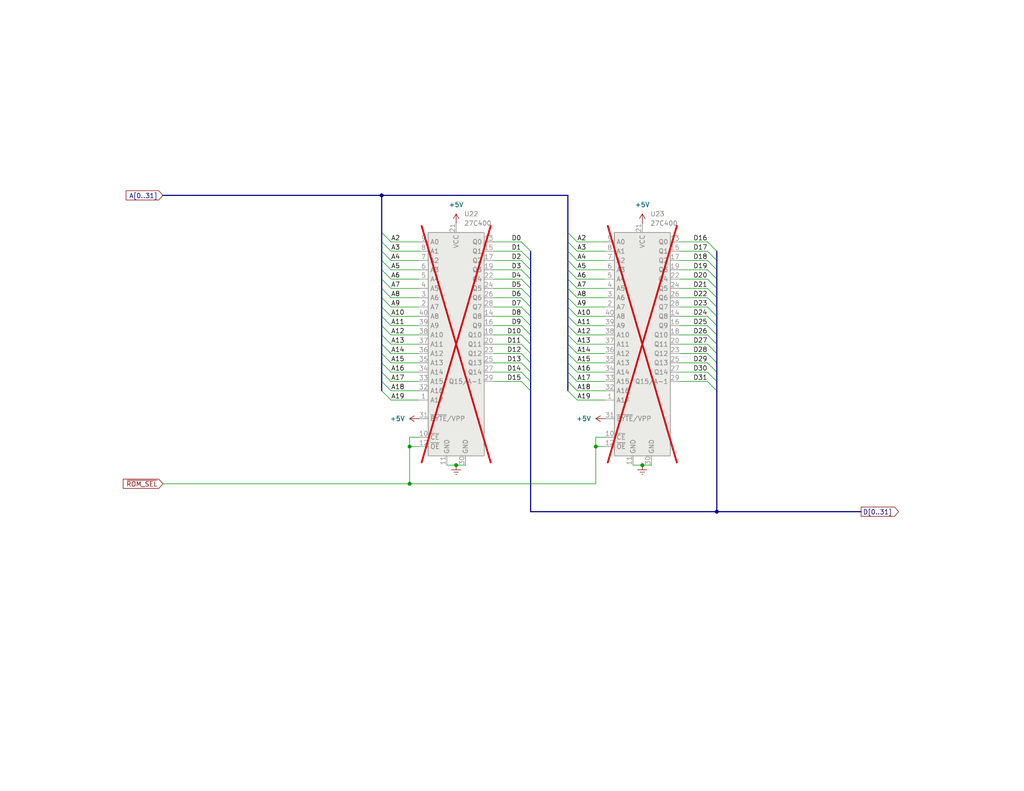
<source format=kicad_sch>
(kicad_sch (version 20250114) (generator "eeschema") (generator_version "9.0")
  (paper "USLetter")
  (title_block (title "Macintosh Classic II Revision B") (date "2025-06-04") (company "Apple Computer") (comment 1 "drawn by Bradley Bell"))
  (lib_symbols
    (symbol "MyEprom:27C400"
      (property "Reference" "U" (at -7.62 31.75 0))
      (property "Value" "27C400" (at 2.794 32.258 0))
      (symbol "27C400_1_1"
        (rectangle (start -7.62 30.48) (end 7.62 -30.48) (stroke (width 0.254)) (fill (type background)))
        (pin input line (at -10.16 27.94 0) (length 2.54) (name "A0") (number "9"))
        (pin input line (at -10.16 25.4 0) (length 2.54) (name "A1") (number "8"))
        (pin input line (at -10.16 22.86 0) (length 2.54) (name "A2") (number "7"))
        (pin input line (at -10.16 20.32 0) (length 2.54) (name "A3") (number "6"))
        (pin input line (at -10.16 17.78 0) (length 2.54) (name "A4") (number "5"))
        (pin input line (at -10.16 15.24 0) (length 2.54) (name "A5") (number "4"))
        (pin input line (at -10.16 12.7 0) (length 2.54) (name "A6") (number "3"))
        (pin input line (at -10.16 10.16 0) (length 2.54) (name "A7") (number "2"))
        (pin input line (at -10.16 7.62 0) (length 2.54) (name "A8") (number "40"))
        (pin input line (at -10.16 5.08 0) (length 2.54) (name "A9") (number "39"))
        (pin input line (at -10.16 2.54 0) (length 2.54) (name "A10") (number "38"))
        (pin input line (at -10.16 0 0) (length 2.54) (name "A11") (number "37"))
        (pin input line (at -10.16 -2.54 0) (length 2.54) (name "A12") (number "36"))
        (pin input line (at -10.16 -5.08 0) (length 2.54) (name "A13") (number "35"))
        (pin input line (at -10.16 -7.62 0) (length 2.54) (name "A14") (number "34"))
        (pin input line (at -10.16 -10.16 0) (length 2.54) (name "A15") (number "33"))
        (pin input line (at -10.16 -12.7 0) (length 2.54) (name "A16") (number "32"))
        (pin input line (at -10.16 -15.24 0) (length 2.54) (name "A17") (number "1"))
        (pin input line (at -10.16 -20.32 0) (length 2.54) (name "~{BYTE}/VPP") (number "31"))
        (pin input line (at -10.16 -25.4 0) (length 2.54) (name "~{CE}") (number "10"))
        (pin input line (at -10.16 -27.94 0) (length 2.54) (name "~{OE}") (number "12"))
        (pin power_in line (at -2.54 -33.02 90) (length 2.54) (name "GND") (number "11"))
        (pin power_in line (at 0 33.02 270) (length 2.54) (name "VCC") (number "21"))
        (pin power_in line (at 2.54 -33.02 90) (length 2.54) (name "GND") (number "30"))
        (pin tri_state line (at 10.16 27.94 180) (length 2.54) (name "Q0") (number "13"))
        (pin tri_state line (at 10.16 25.4 180) (length 2.54) (name "Q1") (number "15"))
        (pin tri_state line (at 10.16 22.86 180) (length 2.54) (name "Q2") (number "17"))
        (pin tri_state line (at 10.16 20.32 180) (length 2.54) (name "Q3") (number "19"))
        (pin tri_state line (at 10.16 17.78 180) (length 2.54) (name "Q4") (number "22"))
        (pin tri_state line (at 10.16 15.24 180) (length 2.54) (name "Q5") (number "24"))
        (pin tri_state line (at 10.16 12.7 180) (length 2.54) (name "Q6") (number "26"))
        (pin tri_state line (at 10.16 10.16 180) (length 2.54) (name "Q7") (number "28"))
        (pin tri_state line (at 10.16 7.62 180) (length 2.54) (name "Q8") (number "14"))
        (pin tri_state line (at 10.16 5.08 180) (length 2.54) (name "Q9") (number "16"))
        (pin tri_state line (at 10.16 2.54 180) (length 2.54) (name "Q10") (number "18"))
        (pin tri_state line (at 10.16 0 180) (length 2.54) (name "Q11") (number "20"))
        (pin tri_state line (at 10.16 -2.54 180) (length 2.54) (name "Q12") (number "23"))
        (pin tri_state line (at 10.16 -5.08 180) (length 2.54) (name "Q13") (number "25"))
        (pin tri_state line (at 10.16 -7.62 180) (length 2.54) (name "Q14") (number "27"))
        (pin tri_state line (at 10.16 -10.16 180) (length 2.54) (name "Q15/A-1") (number "29"))
      )
    )
    (symbol "power:+5V" (power) (pin_numbers (hide yes)) (pin_names (offset 0) (hide yes))
      (property "Value" "+5V" (at 0 3.556 0))
      (symbol "+5V_0_1"
        (polyline (pts (xy -0.762 1.27) (xy 0 2.54)))
        (polyline (pts (xy 0 2.54) (xy 0.762 1.27)))
        (polyline (pts (xy 0 0) (xy 0 2.54)))
      )
      (symbol "+5V_1_1"
        (pin power_in line (at 0 0 90) (length 0) (name "~") (number "1"))
      )
    )
    (symbol "power:GNDREF" (power) (pin_numbers (hide yes)) (pin_names (offset 0) (hide yes))
      (property "Value" "GNDREF" (at 0 -3.81 0))
      (symbol "GNDREF_0_1"
        (polyline (pts (xy -0.635 -1.905) (xy 0.635 -1.905)))
        (polyline (pts (xy -0.127 -2.54) (xy 0.127 -2.54)))
        (polyline (pts (xy 0 -1.27) (xy 0 0)))
        (polyline (pts (xy 1.27 -1.27) (xy -1.27 -1.27)))
      )
      (symbol "GNDREF_1_1"
        (pin power_in line (at 0 0 270) (length 0) (name "~") (number "1"))
      )
    )
  )
  (junction (at 104.14 53.34))
  (junction (at 162.56 121.92))
  (junction (at 111.76 121.92))
  (junction (at 175.26 127))
  (junction (at 195.58 139.7))
  (junction (at 111.76 132.08))
  (junction (at 124.46 127))
  (bus_entry (at 154.94 83.82) (size 2.54 2.54))
  (bus_entry (at 193.04 91.44) (size 2.54 2.54))
  (bus_entry (at 142.24 91.44) (size 2.54 2.54))
  (bus_entry (at 104.14 86.36) (size 2.54 2.54))
  (bus_entry (at 154.94 93.98) (size 2.54 2.54))
  (bus_entry (at 154.94 66.04) (size 2.54 2.54))
  (bus_entry (at 193.04 104.14) (size 2.54 2.54))
  (bus_entry (at 142.24 73.66) (size 2.54 2.54))
  (bus_entry (at 142.24 71.12) (size 2.54 2.54))
  (bus_entry (at 193.04 96.52) (size 2.54 2.54))
  (bus_entry (at 193.04 81.28) (size 2.54 2.54))
  (bus_entry (at 104.14 76.2) (size 2.54 2.54))
  (bus_entry (at 154.94 104.14) (size 2.54 2.54))
  (bus_entry (at 193.04 66.04) (size 2.54 2.54))
  (bus_entry (at 193.04 78.74) (size 2.54 2.54))
  (bus_entry (at 104.14 96.52) (size 2.54 2.54))
  (bus_entry (at 142.24 104.14) (size 2.54 2.54))
  (bus_entry (at 104.14 99.06) (size 2.54 2.54))
  (bus_entry (at 154.94 76.2) (size 2.54 2.54))
  (bus_entry (at 104.14 93.98) (size 2.54 2.54))
  (bus_entry (at 142.24 81.28) (size 2.54 2.54))
  (bus_entry (at 142.24 93.98) (size 2.54 2.54))
  (bus_entry (at 193.04 86.36) (size 2.54 2.54))
  (bus_entry (at 142.24 76.2) (size 2.54 2.54))
  (bus_entry (at 142.24 78.74) (size 2.54 2.54))
  (bus_entry (at 154.94 106.68) (size 2.54 2.54))
  (bus_entry (at 104.14 66.04) (size 2.54 2.54))
  (bus_entry (at 104.14 101.6) (size 2.54 2.54))
  (bus_entry (at 193.04 76.2) (size 2.54 2.54))
  (bus_entry (at 104.14 63.5) (size 2.54 2.54))
  (bus_entry (at 142.24 86.36) (size 2.54 2.54))
  (bus_entry (at 142.24 83.82) (size 2.54 2.54))
  (bus_entry (at 104.14 71.12) (size 2.54 2.54))
  (bus_entry (at 104.14 106.68) (size 2.54 2.54))
  (bus_entry (at 142.24 88.9) (size 2.54 2.54))
  (bus_entry (at 104.14 88.9) (size 2.54 2.54))
  (bus_entry (at 142.24 99.06) (size 2.54 2.54))
  (bus_entry (at 154.94 78.74) (size 2.54 2.54))
  (bus_entry (at 154.94 81.28) (size 2.54 2.54))
  (bus_entry (at 154.94 101.6) (size 2.54 2.54))
  (bus_entry (at 104.14 78.74) (size 2.54 2.54))
  (bus_entry (at 104.14 81.28) (size 2.54 2.54))
  (bus_entry (at 193.04 93.98) (size 2.54 2.54))
  (bus_entry (at 154.94 63.5) (size 2.54 2.54))
  (bus_entry (at 154.94 73.66) (size 2.54 2.54))
  (bus_entry (at 193.04 68.58) (size 2.54 2.54))
  (bus_entry (at 104.14 91.44) (size 2.54 2.54))
  (bus_entry (at 193.04 73.66) (size 2.54 2.54))
  (bus_entry (at 104.14 68.58) (size 2.54 2.54))
  (bus_entry (at 154.94 88.9) (size 2.54 2.54))
  (bus_entry (at 142.24 101.6) (size 2.54 2.54))
  (bus_entry (at 193.04 71.12) (size 2.54 2.54))
  (bus_entry (at 142.24 68.58) (size 2.54 2.54))
  (bus_entry (at 193.04 99.06) (size 2.54 2.54))
  (bus_entry (at 154.94 99.06) (size 2.54 2.54))
  (bus_entry (at 193.04 83.82) (size 2.54 2.54))
  (bus_entry (at 193.04 88.9) (size 2.54 2.54))
  (bus_entry (at 104.14 73.66) (size 2.54 2.54))
  (bus_entry (at 154.94 68.58) (size 2.54 2.54))
  (bus_entry (at 193.04 101.6) (size 2.54 2.54))
  (bus_entry (at 104.14 104.14) (size 2.54 2.54))
  (bus_entry (at 142.24 96.52) (size 2.54 2.54))
  (bus_entry (at 142.24 66.04) (size 2.54 2.54))
  (bus_entry (at 154.94 91.44) (size 2.54 2.54))
  (bus_entry (at 154.94 71.12) (size 2.54 2.54))
  (bus_entry (at 154.94 86.36) (size 2.54 2.54))
  (bus_entry (at 104.14 83.82) (size 2.54 2.54))
  (bus_entry (at 154.94 96.52) (size 2.54 2.54))
  (bus (pts (xy 154.94 71.12) (xy 154.94 68.58)))
  (wire (pts (xy 185.42 99.06) (xy 193.04 99.06)))
  (wire (pts (xy 111.76 119.38) (xy 114.3 119.38)))
  (wire (pts (xy 106.68 101.6) (xy 114.3 101.6)))
  (wire (pts (xy 157.48 76.2) (xy 165.1 76.2)))
  (wire (pts (xy 134.62 83.82) (xy 142.24 83.82)))
  (bus (pts (xy 154.94 96.52) (xy 154.94 93.98)))
  (bus (pts (xy 154.94 81.28) (xy 154.94 78.74)))
  (bus (pts (xy 195.58 96.52) (xy 195.58 93.98)))
  (wire (pts (xy 157.48 93.98) (xy 165.1 93.98)))
  (bus (pts (xy 195.58 139.7) (xy 234.95 139.7)))
  (wire (pts (xy 134.62 96.52) (xy 142.24 96.52)))
  (wire (pts (xy 124.46 127) (xy 121.92 127)))
  (wire (pts (xy 106.68 68.58) (xy 114.3 68.58)))
  (wire (pts (xy 185.42 78.74) (xy 193.04 78.74)))
  (wire (pts (xy 185.42 68.58) (xy 193.04 68.58)))
  (wire (pts (xy 106.68 104.14) (xy 114.3 104.14)))
  (wire (pts (xy 157.48 78.74) (xy 165.1 78.74)))
  (wire (pts (xy 162.56 119.38) (xy 162.56 121.92)))
  (bus (pts (xy 195.58 93.98) (xy 195.58 91.44)))
  (wire (pts (xy 134.62 91.44) (xy 142.24 91.44)))
  (wire (pts (xy 185.42 86.36) (xy 193.04 86.36)))
  (wire (pts (xy 185.42 73.66) (xy 193.04 73.66)))
  (bus (pts (xy 104.14 68.58) (xy 104.14 66.04)))
  (wire (pts (xy 106.68 91.44) (xy 114.3 91.44)))
  (wire (pts (xy 111.76 132.08) (xy 162.56 132.08)))
  (bus (pts (xy 154.94 73.66) (xy 154.94 71.12)))
  (bus (pts (xy 144.78 76.2) (xy 144.78 73.66)))
  (wire (pts (xy 185.42 91.44) (xy 193.04 91.44)))
  (wire (pts (xy 111.76 119.38) (xy 111.76 121.92)))
  (bus (pts (xy 104.14 93.98) (xy 104.14 91.44)))
  (bus (pts (xy 195.58 106.68) (xy 195.58 139.7)))
  (wire (pts (xy 157.48 71.12) (xy 165.1 71.12)))
  (bus (pts (xy 144.78 73.66) (xy 144.78 71.12)))
  (bus (pts (xy 154.94 93.98) (xy 154.94 91.44)))
  (wire (pts (xy 185.42 101.6) (xy 193.04 101.6)))
  (wire (pts (xy 134.62 71.12) (xy 142.24 71.12)))
  (bus (pts (xy 154.94 88.9) (xy 154.94 86.36)))
  (bus (pts (xy 104.14 88.9) (xy 104.14 86.36)))
  (bus (pts (xy 104.14 86.36) (xy 104.14 83.82)))
  (wire (pts (xy 106.68 66.04) (xy 114.3 66.04)))
  (wire (pts (xy 134.62 66.04) (xy 142.24 66.04)))
  (wire (pts (xy 157.48 81.28) (xy 165.1 81.28)))
  (bus (pts (xy 104.14 66.04) (xy 104.14 63.5)))
  (wire (pts (xy 157.48 99.06) (xy 165.1 99.06)))
  (wire (pts (xy 185.42 83.82) (xy 193.04 83.82)))
  (bus (pts (xy 144.78 93.98) (xy 144.78 91.44)))
  (wire (pts (xy 157.48 68.58) (xy 165.1 68.58)))
  (bus (pts (xy 195.58 81.28) (xy 195.58 78.74)))
  (bus (pts (xy 44.45 53.34) (xy 104.14 53.34)))
  (wire (pts (xy 157.48 109.22) (xy 165.1 109.22)))
  (wire (pts (xy 134.62 81.28) (xy 142.24 81.28)))
  (wire (pts (xy 106.68 109.22) (xy 114.3 109.22)))
  (bus (pts (xy 154.94 66.04) (xy 154.94 63.5)))
  (bus (pts (xy 195.58 139.7) (xy 144.78 139.7)))
  (bus (pts (xy 195.58 86.36) (xy 195.58 83.82)))
  (bus (pts (xy 144.78 139.7) (xy 144.78 106.68)))
  (bus (pts (xy 104.14 99.06) (xy 104.14 96.52)))
  (bus (pts (xy 144.78 96.52) (xy 144.78 93.98)))
  (bus (pts (xy 104.14 96.52) (xy 104.14 93.98)))
  (wire (pts (xy 106.68 78.74) (xy 114.3 78.74)))
  (wire (pts (xy 185.42 66.04) (xy 193.04 66.04)))
  (bus (pts (xy 104.14 53.34) (xy 154.94 53.34)))
  (wire (pts (xy 134.62 99.06) (xy 142.24 99.06)))
  (bus (pts (xy 144.78 106.68) (xy 144.78 104.14)))
  (bus (pts (xy 104.14 81.28) (xy 104.14 78.74)))
  (bus (pts (xy 104.14 53.34) (xy 104.14 63.5)))
  (wire (pts (xy 106.68 71.12) (xy 114.3 71.12)))
  (wire (pts (xy 157.48 88.9) (xy 165.1 88.9)))
  (wire (pts (xy 134.62 76.2) (xy 142.24 76.2)))
  (bus (pts (xy 195.58 91.44) (xy 195.58 88.9)))
  (wire (pts (xy 134.62 68.58) (xy 142.24 68.58)))
  (wire (pts (xy 185.42 71.12) (xy 193.04 71.12)))
  (wire (pts (xy 106.68 93.98) (xy 114.3 93.98)))
  (wire (pts (xy 44.45 132.08) (xy 111.76 132.08)))
  (bus (pts (xy 195.58 83.82) (xy 195.58 81.28)))
  (wire (pts (xy 106.68 83.82) (xy 114.3 83.82)))
  (wire (pts (xy 185.42 81.28) (xy 193.04 81.28)))
  (wire (pts (xy 134.62 73.66) (xy 142.24 73.66)))
  (wire (pts (xy 111.76 121.92) (xy 114.3 121.92)))
  (wire (pts (xy 134.62 88.9) (xy 142.24 88.9)))
  (bus (pts (xy 104.14 101.6) (xy 104.14 99.06)))
  (bus (pts (xy 144.78 86.36) (xy 144.78 83.82)))
  (wire (pts (xy 106.68 86.36) (xy 114.3 86.36)))
  (bus (pts (xy 144.78 83.82) (xy 144.78 81.28)))
  (bus (pts (xy 144.78 78.74) (xy 144.78 76.2)))
  (bus (pts (xy 154.94 76.2) (xy 154.94 73.66)))
  (bus (pts (xy 154.94 86.36) (xy 154.94 83.82)))
  (wire (pts (xy 185.42 93.98) (xy 193.04 93.98)))
  (wire (pts (xy 134.62 78.74) (xy 142.24 78.74)))
  (wire (pts (xy 185.42 96.52) (xy 193.04 96.52)))
  (wire (pts (xy 157.48 83.82) (xy 165.1 83.82)))
  (wire (pts (xy 134.62 93.98) (xy 142.24 93.98)))
  (bus (pts (xy 154.94 53.34) (xy 154.94 63.5)))
  (wire (pts (xy 157.48 106.68) (xy 165.1 106.68)))
  (wire (pts (xy 106.68 96.52) (xy 114.3 96.52)))
  (wire (pts (xy 162.56 119.38) (xy 165.1 119.38)))
  (wire (pts (xy 172.72 127) (xy 175.26 127)))
  (wire (pts (xy 157.48 86.36) (xy 165.1 86.36)))
  (wire (pts (xy 106.68 88.9) (xy 114.3 88.9)))
  (bus (pts (xy 195.58 76.2) (xy 195.58 73.66)))
  (wire (pts (xy 177.8 127) (xy 175.26 127)))
  (bus (pts (xy 104.14 71.12) (xy 104.14 68.58)))
  (bus (pts (xy 154.94 101.6) (xy 154.94 99.06)))
  (bus (pts (xy 144.78 104.14) (xy 144.78 101.6)))
  (wire (pts (xy 134.62 104.14) (xy 142.24 104.14)))
  (bus (pts (xy 195.58 99.06) (xy 195.58 96.52)))
  (bus (pts (xy 154.94 83.82) (xy 154.94 81.28)))
  (bus (pts (xy 154.94 99.06) (xy 154.94 96.52)))
  (wire (pts (xy 111.76 121.92) (xy 111.76 132.08)))
  (wire (pts (xy 134.62 86.36) (xy 142.24 86.36)))
  (bus (pts (xy 154.94 78.74) (xy 154.94 76.2)))
  (bus (pts (xy 154.94 91.44) (xy 154.94 88.9)))
  (bus (pts (xy 144.78 71.12) (xy 144.78 68.58)))
  (bus (pts (xy 144.78 88.9) (xy 144.78 86.36)))
  (wire (pts (xy 162.56 121.92) (xy 162.56 132.08)))
  (bus (pts (xy 144.78 99.06) (xy 144.78 96.52)))
  (bus (pts (xy 195.58 106.68) (xy 195.58 104.14)))
  (wire (pts (xy 106.68 81.28) (xy 114.3 81.28)))
  (bus (pts (xy 195.58 88.9) (xy 195.58 86.36)))
  (wire (pts (xy 157.48 91.44) (xy 165.1 91.44)))
  (bus (pts (xy 195.58 101.6) (xy 195.58 99.06)))
  (wire (pts (xy 134.62 101.6) (xy 142.24 101.6)))
  (bus (pts (xy 154.94 68.58) (xy 154.94 66.04)))
  (bus (pts (xy 104.14 104.14) (xy 104.14 101.6)))
  (bus (pts (xy 144.78 101.6) (xy 144.78 99.06)))
  (wire (pts (xy 157.48 66.04) (xy 165.1 66.04)))
  (wire (pts (xy 185.42 88.9) (xy 193.04 88.9)))
  (bus (pts (xy 195.58 78.74) (xy 195.58 76.2)))
  (bus (pts (xy 104.14 83.82) (xy 104.14 81.28)))
  (bus (pts (xy 104.14 76.2) (xy 104.14 73.66)))
  (wire (pts (xy 185.42 104.14) (xy 193.04 104.14)))
  (wire (pts (xy 106.68 99.06) (xy 114.3 99.06)))
  (bus (pts (xy 144.78 81.28) (xy 144.78 78.74)))
  (wire (pts (xy 162.56 121.92) (xy 165.1 121.92)))
  (wire (pts (xy 106.68 76.2) (xy 114.3 76.2)))
  (wire (pts (xy 185.42 76.2) (xy 193.04 76.2)))
  (bus (pts (xy 104.14 73.66) (xy 104.14 71.12)))
  (bus (pts (xy 144.78 91.44) (xy 144.78 88.9)))
  (bus (pts (xy 195.58 71.12) (xy 195.58 68.58)))
  (bus (pts (xy 195.58 73.66) (xy 195.58 71.12)))
  (bus (pts (xy 104.14 78.74) (xy 104.14 76.2)))
  (wire (pts (xy 127 127) (xy 124.46 127)))
  (bus (pts (xy 104.14 106.68) (xy 104.14 104.14)))
  (bus (pts (xy 154.94 104.14) (xy 154.94 101.6)))
  (wire (pts (xy 157.48 96.52) (xy 165.1 96.52)))
  (wire (pts (xy 157.48 101.6) (xy 165.1 101.6)))
  (bus (pts (xy 104.14 91.44) (xy 104.14 88.9)))
  (wire (pts (xy 157.48 104.14) (xy 165.1 104.14)))
  (wire (pts (xy 106.68 106.68) (xy 114.3 106.68)))
  (wire (pts (xy 106.68 73.66) (xy 114.3 73.66)))
  (bus (pts (xy 195.58 104.14) (xy 195.58 101.6)))
  (wire (pts (xy 157.48 73.66) (xy 165.1 73.66)))
  (bus (pts (xy 154.94 106.68) (xy 154.94 104.14)))
  (label "D13" (at 142.24 99.06 180))
  (label "A15" (at 157.48 99.06 0))
  (label "D3" (at 142.24 73.66 180))
  (label "D18" (at 193.04 71.12 180))
  (label "D1" (at 142.24 68.58 180))
  (label "A10" (at 106.68 86.36 0))
  (label "D11" (at 142.24 93.98 180))
  (label "D2" (at 142.24 71.12 180))
  (label "D12" (at 142.24 96.52 180))
  (label "A19" (at 157.48 109.22 0))
  (label "A18" (at 106.68 106.68 0))
  (label "A15" (at 106.68 99.06 0))
  (label "A2" (at 106.68 66.04 0))
  (label "A11" (at 106.68 88.9 0))
  (label "A12" (at 157.48 91.44 0))
  (label "A16" (at 106.68 101.6 0))
  (label "A7" (at 106.68 78.74 0))
  (label "D21" (at 193.04 78.74 180))
  (label "A14" (at 106.68 96.52 0))
  (label "D22" (at 193.04 81.28 180))
  (label "A19" (at 106.68 109.22 0))
  (label "A7" (at 157.48 78.74 0))
  (label "A4" (at 157.48 71.12 0))
  (label "D28" (at 193.04 96.52 180))
  (label "D4" (at 142.24 76.2 180))
  (label "A9" (at 106.68 83.82 0))
  (label "D0" (at 142.24 66.04 180))
  (label "D27" (at 193.04 93.98 180))
  (label "A14" (at 157.48 96.52 0))
  (label "A16" (at 157.48 101.6 0))
  (label "A5" (at 157.48 73.66 0))
  (label "A2" (at 157.48 66.04 0))
  (label "D23" (at 193.04 83.82 180))
  (label "D9" (at 142.24 88.9 180))
  (label "D8" (at 142.24 86.36 180))
  (label "D16" (at 193.04 66.04 180))
  (label "D6" (at 142.24 81.28 180))
  (label "A8" (at 157.48 81.28 0))
  (label "A13" (at 157.48 93.98 0))
  (label "A3" (at 106.68 68.58 0))
  (label "A12" (at 106.68 91.44 0))
  (label "A11" (at 157.48 88.9 0))
  (label "D29" (at 193.04 99.06 180))
  (label "A18" (at 157.48 106.68 0))
  (label "A5" (at 106.68 73.66 0))
  (label "D10" (at 142.24 91.44 180))
  (label "D26" (at 193.04 91.44 180))
  (label "A17" (at 106.68 104.14 0))
  (label "A17" (at 157.48 104.14 0))
  (label "D20" (at 193.04 76.2 180))
  (label "D14" (at 142.24 101.6 180))
  (label "A9" (at 157.48 83.82 0))
  (label "D31" (at 193.04 104.14 180))
  (label "D15" (at 142.24 104.14 180))
  (label "D5" (at 142.24 78.74 180))
  (label "A6" (at 157.48 76.2 0))
  (label "A8" (at 106.68 81.28 0))
  (label "D17" (at 193.04 68.58 180))
  (label "A13" (at 106.68 93.98 0))
  (label "A3" (at 157.48 68.58 0))
  (label "A6" (at 106.68 76.2 0))
  (label "D30" (at 193.04 101.6 180))
  (label "D25" (at 193.04 88.9 180))
  (label "D19" (at 193.04 73.66 180))
  (label "D24" (at 193.04 86.36 180))
  (label "A4" (at 106.68 71.12 0))
  (label "A10" (at 157.48 86.36 0))
  (label "D7" (at 142.24 83.82 180))
  (global_label "D[0..31]" (shape output) (at 234.95 139.7 0) (property "Intersheetrefs" "${INTERSHEET_REFS}" (at 245.7367 139.7 0) (effects (justify left))))
  (global_label "A[0..31]" (shape input) (at 44.45 53.34 180) (property "Intersheetrefs" "${INTERSHEET_REFS}" (at 33.8447 53.34 0) (effects (justify right))))
  (global_label "~{ROM_SEL}" (shape input) (at 44.45 132.08 180) (property "Intersheetrefs" "${INTERSHEET_REFS}" (at 33.0587 132.08 0) (effects (justify right))))
  (symbol (lib_id "power:GNDREF") (at 124.46 127 0) (unit 1)
    (property "Reference" "#PWR083" (effects (hide yes)))
    (property "Value" "GND" (effects (hide yes)))
    (property "Description" "Power symbol creates a global label with name \"GNDREF\" , reference supply ground" (effects (hide yes)))
  )
  (symbol (lib_id "power:+5V") (at 165.1 114.3 90) (unit 1)
    (property "Reference" "#PWR0221" (effects (hide yes)))
    (property "Value" "+5V" (at 161.29 114.2999 90) (effects (justify left)))
    (property "Description" "Power symbol creates a global label with name \"+5V\"" (effects (hide yes)))
  )
  (symbol (lib_id "power:+5V") (at 114.3 114.3 90) (unit 1)
    (property "Reference" "#PWR0220" (effects (hide yes)))
    (property "Value" "+5V" (at 110.49 114.2999 90) (effects (justify left)))
    (property "Description" "Power symbol creates a global label with name \"+5V\"" (effects (hide yes)))
  )
  (symbol (lib_id "power:+5V") (at 175.26 60.96 0) (mirror y) (unit 1)
    (property "Reference" "#PWR0231" (effects (hide yes)))
    (property "Value" "+5V" (at 175.26 55.88 0))
    (property "Description" "Power symbol creates a global label with name \"+5V\"" (effects (hide yes)))
  )
  (symbol (lib_id "power:+5V") (at 124.46 60.96 0) (mirror y) (unit 1)
    (property "Reference" "#PWR0230" (effects (hide yes)))
    (property "Value" "+5V" (at 124.46 55.88 0))
    (property "Description" "Power symbol creates a global label with name \"+5V\"" (effects (hide yes)))
  )
  (symbol (lib_id "MyEprom:27C400") (at 175.26 93.98 0) (unit 1) (dnp yes)
    (property "Reference" "U23" (at 177.4033 58.42 0) (effects (justify left)))
    (property "Value" "27C400" (at 177.4033 60.96 0) (effects (justify left)))
    (property "Footprint" "MyPackage:DIP-40_W15.24mm_Socket_SmallPads" (effects (hide yes)))
    (property "Datasheet" "https://media.digikey.com/pdf/Data%20Sheets/Atmel%20PDFs/AT27C400%20(May00).pdf" (effects (hide yes)))
    (property "Description" "OTP EPROM 4 Megabit (256K x 16 or 512K x 8)" (effects (hide yes)))
  )
  (symbol (lib_id "MyEprom:27C400") (at 124.46 93.98 0) (unit 1) (dnp yes)
    (property "Reference" "U22" (at 126.6033 58.42 0) (effects (justify left)))
    (property "Value" "27C400" (at 126.6033 60.96 0) (effects (justify left)))
    (property "Footprint" "MyPackage:DIP-40_W15.24mm_Socket_SmallPads" (effects (hide yes)))
    (property "Datasheet" "https://media.digikey.com/pdf/Data%20Sheets/Atmel%20PDFs/AT27C400%20(May00).pdf" (effects (hide yes)))
    (property "Description" "OTP EPROM 4 Megabit (256K x 16 or 512K x 8)" (effects (hide yes)))
  )
  (symbol (lib_id "power:GNDREF") (at 175.26 127 0) (unit 1)
    (property "Reference" "#PWR084" (effects (hide yes)))
    (property "Value" "GND" (effects (hide yes)))
    (property "Description" "Power symbol creates a global label with name \"GNDREF\" , reference supply ground" (effects (hide yes)))
  )
)
</source>
